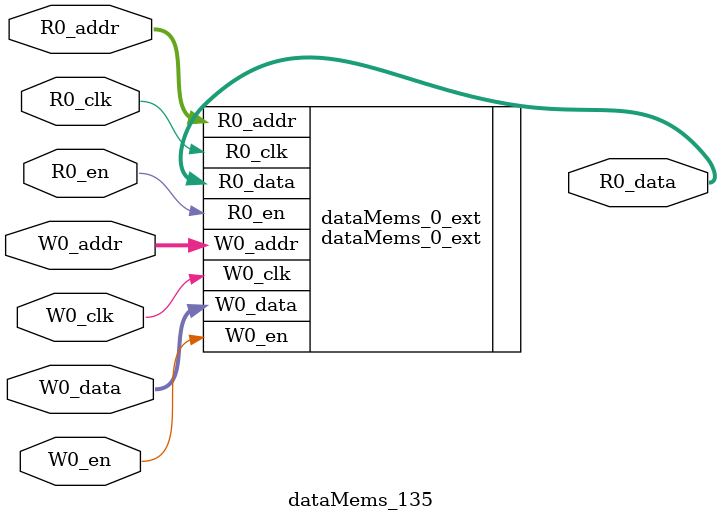
<source format=sv>
`ifndef RANDOMIZE
  `ifdef RANDOMIZE_REG_INIT
    `define RANDOMIZE
  `endif // RANDOMIZE_REG_INIT
`endif // not def RANDOMIZE
`ifndef RANDOMIZE
  `ifdef RANDOMIZE_MEM_INIT
    `define RANDOMIZE
  `endif // RANDOMIZE_MEM_INIT
`endif // not def RANDOMIZE

`ifndef RANDOM
  `define RANDOM $random
`endif // not def RANDOM

// Users can define 'PRINTF_COND' to add an extra gate to prints.
`ifndef PRINTF_COND_
  `ifdef PRINTF_COND
    `define PRINTF_COND_ (`PRINTF_COND)
  `else  // PRINTF_COND
    `define PRINTF_COND_ 1
  `endif // PRINTF_COND
`endif // not def PRINTF_COND_

// Users can define 'ASSERT_VERBOSE_COND' to add an extra gate to assert error printing.
`ifndef ASSERT_VERBOSE_COND_
  `ifdef ASSERT_VERBOSE_COND
    `define ASSERT_VERBOSE_COND_ (`ASSERT_VERBOSE_COND)
  `else  // ASSERT_VERBOSE_COND
    `define ASSERT_VERBOSE_COND_ 1
  `endif // ASSERT_VERBOSE_COND
`endif // not def ASSERT_VERBOSE_COND_

// Users can define 'STOP_COND' to add an extra gate to stop conditions.
`ifndef STOP_COND_
  `ifdef STOP_COND
    `define STOP_COND_ (`STOP_COND)
  `else  // STOP_COND
    `define STOP_COND_ 1
  `endif // STOP_COND
`endif // not def STOP_COND_

// Users can define INIT_RANDOM as general code that gets injected into the
// initializer block for modules with registers.
`ifndef INIT_RANDOM
  `define INIT_RANDOM
`endif // not def INIT_RANDOM

// If using random initialization, you can also define RANDOMIZE_DELAY to
// customize the delay used, otherwise 0.002 is used.
`ifndef RANDOMIZE_DELAY
  `define RANDOMIZE_DELAY 0.002
`endif // not def RANDOMIZE_DELAY

// Define INIT_RANDOM_PROLOG_ for use in our modules below.
`ifndef INIT_RANDOM_PROLOG_
  `ifdef RANDOMIZE
    `ifdef VERILATOR
      `define INIT_RANDOM_PROLOG_ `INIT_RANDOM
    `else  // VERILATOR
      `define INIT_RANDOM_PROLOG_ `INIT_RANDOM #`RANDOMIZE_DELAY begin end
    `endif // VERILATOR
  `else  // RANDOMIZE
    `define INIT_RANDOM_PROLOG_
  `endif // RANDOMIZE
`endif // not def INIT_RANDOM_PROLOG_

// Include register initializers in init blocks unless synthesis is set
`ifndef SYNTHESIS
  `ifndef ENABLE_INITIAL_REG_
    `define ENABLE_INITIAL_REG_
  `endif // not def ENABLE_INITIAL_REG_
`endif // not def SYNTHESIS

// Include rmemory initializers in init blocks unless synthesis is set
`ifndef SYNTHESIS
  `ifndef ENABLE_INITIAL_MEM_
    `define ENABLE_INITIAL_MEM_
  `endif // not def ENABLE_INITIAL_MEM_
`endif // not def SYNTHESIS

module dataMems_135(	// @[generators/ara/src/main/scala/UnsafeAXI4ToTL.scala:365:62]
  input  [4:0]  R0_addr,
  input         R0_en,
  input         R0_clk,
  output [66:0] R0_data,
  input  [4:0]  W0_addr,
  input         W0_en,
  input         W0_clk,
  input  [66:0] W0_data
);

  dataMems_0_ext dataMems_0_ext (	// @[generators/ara/src/main/scala/UnsafeAXI4ToTL.scala:365:62]
    .R0_addr (R0_addr),
    .R0_en   (R0_en),
    .R0_clk  (R0_clk),
    .R0_data (R0_data),
    .W0_addr (W0_addr),
    .W0_en   (W0_en),
    .W0_clk  (W0_clk),
    .W0_data (W0_data)
  );
endmodule


</source>
